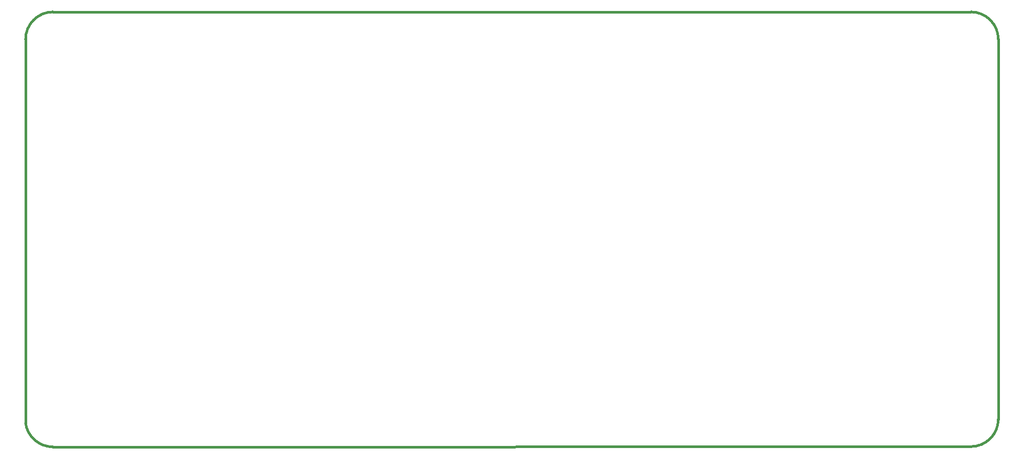
<source format=gbr>
G04 #@! TF.GenerationSoftware,KiCad,Pcbnew,(5.1.5)-3*
G04 #@! TF.CreationDate,2020-05-14T18:58:14-03:00*
G04 #@! TF.ProjectId,Jupiter-II_keyboard,4a757069-7465-4722-9d49-495f6b657962,rev?*
G04 #@! TF.SameCoordinates,Original*
G04 #@! TF.FileFunction,Profile,NP*
%FSLAX46Y46*%
G04 Gerber Fmt 4.6, Leading zero omitted, Abs format (unit mm)*
G04 Created by KiCad (PCBNEW (5.1.5)-3) date 2020-05-14 18:58:14*
%MOMM*%
%LPD*%
G04 APERTURE LIST*
%ADD10C,0.381000*%
G04 APERTURE END LIST*
D10*
X208280000Y-48895000D02*
X208280000Y-110490000D01*
X55245000Y-114980128D02*
G75*
G02X50800000Y-111125000I0J4490128D01*
G01*
X208280000Y-110490000D02*
G75*
G02X203835000Y-114935000I-4445000J0D01*
G01*
X203835000Y-44450000D02*
G75*
G02X208280000Y-48895000I0J-4445000D01*
G01*
X50800000Y-48895000D02*
G75*
G02X55245000Y-44450000I4445000J0D01*
G01*
X50800000Y-111125000D02*
X50800000Y-48895000D01*
X203835000Y-114935000D02*
X55245000Y-114980128D01*
X55245000Y-44450000D02*
X203835000Y-44450000D01*
M02*

</source>
